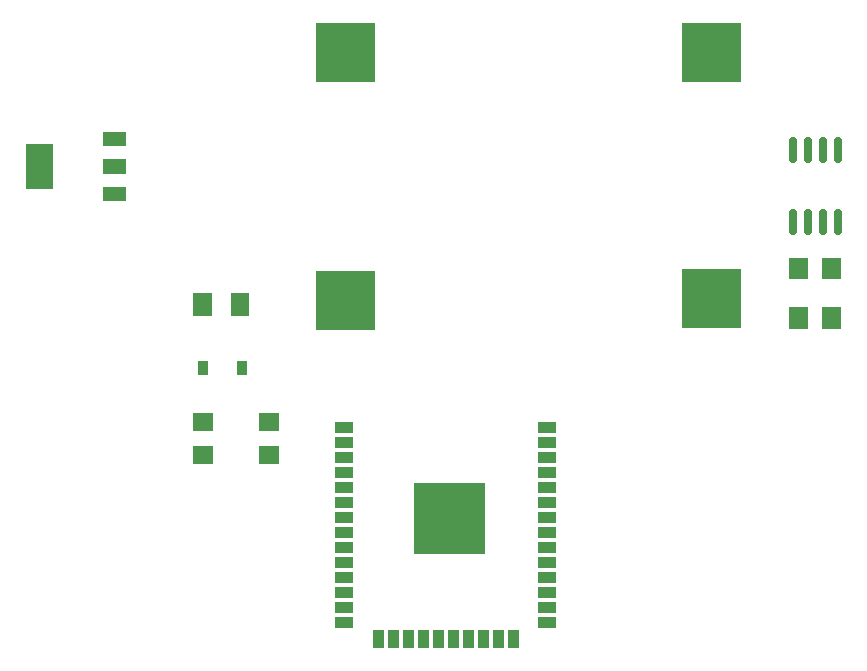
<source format=gtp>
G04 Layer: TopPasteMaskLayer*
G04 EasyEDA v6.4.25, 2021-11-06T18:35:38+01:00*
G04 257399e89a0843229902440734c7eb75,b8d8dd1b48584f29be867e52f4c70977,10*
G04 Gerber Generator version 0.2*
G04 Scale: 100 percent, Rotated: No, Reflected: No *
G04 Dimensions in millimeters *
G04 leading zeros omitted , absolute positions ,4 integer and 5 decimal *
%FSLAX45Y45*%
%MOMM*%

%ADD12C,0.7000*%
%ADD15R,0.9093X1.2192*%
%ADD23R,1.8009X1.6002*%

%LPD*%
D12*
X6972300Y-1032441D02*
G01*
X6972300Y-1182441D01*
X6845300Y-1032441D02*
G01*
X6845300Y-1182441D01*
X6718300Y-1032441D02*
G01*
X6718300Y-1182441D01*
X6591300Y-1032441D02*
G01*
X6591300Y-1182441D01*
X6972300Y-1636961D02*
G01*
X6972300Y-1786961D01*
X6845300Y-1636961D02*
G01*
X6845300Y-1786961D01*
X6718300Y-1636961D02*
G01*
X6718300Y-1786961D01*
X6591300Y-1636961D02*
G01*
X6591300Y-1786961D01*
D15*
G01*
X1600200Y-2946400D03*
G01*
X1925320Y-2946400D03*
G36*
X2552954Y-25654D02*
G01*
X3052825Y-25654D01*
X3052825Y-525526D01*
X2552954Y-525526D01*
G37*
G36*
X2552445Y-2125218D02*
G01*
X3052318Y-2125218D01*
X3052318Y-2625344D01*
X2552445Y-2625344D01*
G37*
G36*
X5655563Y-29463D02*
G01*
X6155690Y-29463D01*
X6155690Y-529336D01*
X5655563Y-529336D01*
G37*
G36*
X5655563Y-2112263D02*
G01*
X6155436Y-2112263D01*
X6155436Y-2612389D01*
X5655563Y-2612389D01*
G37*
G36*
X2868929Y-3499357D02*
G01*
X2719070Y-3499357D01*
X2719070Y-3409442D01*
X2868929Y-3409442D01*
G37*
G36*
X2868929Y-3626357D02*
G01*
X2719070Y-3626357D01*
X2719070Y-3536442D01*
X2868929Y-3536442D01*
G37*
G36*
X2868929Y-3753357D02*
G01*
X2719070Y-3753357D01*
X2719070Y-3663442D01*
X2868929Y-3663442D01*
G37*
G36*
X2868929Y-3880357D02*
G01*
X2719070Y-3880357D01*
X2719070Y-3790442D01*
X2868929Y-3790442D01*
G37*
G36*
X2868929Y-4007357D02*
G01*
X2719070Y-4007357D01*
X2719070Y-3917442D01*
X2868929Y-3917442D01*
G37*
G36*
X2868929Y-4134357D02*
G01*
X2719070Y-4134357D01*
X2719070Y-4044442D01*
X2868929Y-4044442D01*
G37*
G36*
X2868929Y-4261357D02*
G01*
X2719070Y-4261357D01*
X2719070Y-4171442D01*
X2868929Y-4171442D01*
G37*
G36*
X2868929Y-4388357D02*
G01*
X2719070Y-4388357D01*
X2719070Y-4298442D01*
X2868929Y-4298442D01*
G37*
G36*
X2868929Y-4515357D02*
G01*
X2719070Y-4515357D01*
X2719070Y-4425442D01*
X2868929Y-4425442D01*
G37*
G36*
X2868929Y-4642357D02*
G01*
X2719070Y-4642357D01*
X2719070Y-4552442D01*
X2868929Y-4552442D01*
G37*
G36*
X2868929Y-4769357D02*
G01*
X2719070Y-4769357D01*
X2719070Y-4679442D01*
X2868929Y-4679442D01*
G37*
G36*
X2868929Y-4896357D02*
G01*
X2719070Y-4896357D01*
X2719070Y-4806442D01*
X2868929Y-4806442D01*
G37*
G36*
X2868929Y-5023357D02*
G01*
X2719070Y-5023357D01*
X2719070Y-4933442D01*
X2868929Y-4933442D01*
G37*
G36*
X2868929Y-5150357D02*
G01*
X2719070Y-5150357D01*
X2719070Y-5060442D01*
X2868929Y-5060442D01*
G37*
G36*
X3129025Y-5169407D02*
G01*
X3129025Y-5319268D01*
X3039109Y-5319268D01*
X3039109Y-5169407D01*
G37*
G36*
X3256025Y-5169407D02*
G01*
X3256025Y-5319268D01*
X3166109Y-5319268D01*
X3166109Y-5169407D01*
G37*
G36*
X3383025Y-5169407D02*
G01*
X3383025Y-5319268D01*
X3293109Y-5319268D01*
X3293109Y-5169407D01*
G37*
G36*
X3510025Y-5169407D02*
G01*
X3510025Y-5319268D01*
X3420109Y-5319268D01*
X3420109Y-5169407D01*
G37*
G36*
X3637025Y-5169407D02*
G01*
X3637025Y-5319268D01*
X3547109Y-5319268D01*
X3547109Y-5169407D01*
G37*
G36*
X3764025Y-5169407D02*
G01*
X3764025Y-5319268D01*
X3674109Y-5319268D01*
X3674109Y-5169407D01*
G37*
G36*
X3891025Y-5169407D02*
G01*
X3891025Y-5319268D01*
X3801109Y-5319268D01*
X3801109Y-5169407D01*
G37*
G36*
X4018025Y-5169407D02*
G01*
X4018025Y-5319268D01*
X3928109Y-5319268D01*
X3928109Y-5169407D01*
G37*
G36*
X4145025Y-5169407D02*
G01*
X4145025Y-5319268D01*
X4055109Y-5319268D01*
X4055109Y-5169407D01*
G37*
G36*
X4272025Y-5169407D02*
G01*
X4272025Y-5319268D01*
X4182109Y-5319268D01*
X4182109Y-5169407D01*
G37*
G36*
X4438904Y-5060442D02*
G01*
X4589018Y-5060442D01*
X4589018Y-5150357D01*
X4438904Y-5150357D01*
G37*
G36*
X4438904Y-4933442D02*
G01*
X4589018Y-4933442D01*
X4589018Y-5023357D01*
X4438904Y-5023357D01*
G37*
G36*
X4438904Y-4806442D02*
G01*
X4589018Y-4806442D01*
X4589018Y-4896357D01*
X4438904Y-4896357D01*
G37*
G36*
X4438904Y-4679442D02*
G01*
X4589018Y-4679442D01*
X4589018Y-4769357D01*
X4438904Y-4769357D01*
G37*
G36*
X4438904Y-4552442D02*
G01*
X4589018Y-4552442D01*
X4589018Y-4642357D01*
X4438904Y-4642357D01*
G37*
G36*
X4438904Y-4425442D02*
G01*
X4589018Y-4425442D01*
X4589018Y-4515357D01*
X4438904Y-4515357D01*
G37*
G36*
X4438904Y-4298442D02*
G01*
X4589018Y-4298442D01*
X4589018Y-4388357D01*
X4438904Y-4388357D01*
G37*
G36*
X4438904Y-4171442D02*
G01*
X4589018Y-4171442D01*
X4589018Y-4261357D01*
X4438904Y-4261357D01*
G37*
G36*
X4438904Y-4044442D02*
G01*
X4589018Y-4044442D01*
X4589018Y-4134357D01*
X4438904Y-4134357D01*
G37*
G36*
X4438904Y-3917442D02*
G01*
X4589018Y-3917442D01*
X4589018Y-4007357D01*
X4438904Y-4007357D01*
G37*
G36*
X4438904Y-3790442D02*
G01*
X4589018Y-3790442D01*
X4589018Y-3880357D01*
X4438904Y-3880357D01*
G37*
G36*
X4438904Y-3663442D02*
G01*
X4589018Y-3663442D01*
X4589018Y-3753357D01*
X4438904Y-3753357D01*
G37*
G36*
X4438904Y-3536442D02*
G01*
X4589018Y-3536442D01*
X4589018Y-3626357D01*
X4438904Y-3626357D01*
G37*
G36*
X4438904Y-3409442D02*
G01*
X4589018Y-3409442D01*
X4589018Y-3499357D01*
X4438904Y-3499357D01*
G37*
G36*
X3388106Y-3924300D02*
G01*
X3988054Y-3924300D01*
X3988054Y-4524502D01*
X3388106Y-4524502D01*
G37*
G36*
X330962Y-1434592D02*
G01*
X100837Y-1434592D01*
X100837Y-1054607D01*
X330962Y-1054607D01*
G37*
G36*
X950976Y-1304544D02*
G01*
X750823Y-1304544D01*
X750823Y-1184655D01*
X950976Y-1184655D01*
G37*
G36*
X950976Y-1074673D02*
G01*
X750823Y-1074673D01*
X750823Y-954531D01*
X950976Y-954531D01*
G37*
G36*
X950976Y-1534668D02*
G01*
X750823Y-1534668D01*
X750823Y-1414526D01*
X950976Y-1414526D01*
G37*
G36*
X6562090Y-2018029D02*
G01*
X6722109Y-2018029D01*
X6722109Y-2198115D01*
X6562090Y-2198115D01*
G37*
G36*
X6841490Y-2018029D02*
G01*
X7001509Y-2018029D01*
X7001509Y-2198115D01*
X6841490Y-2198115D01*
G37*
G36*
X6562090Y-2437129D02*
G01*
X6722109Y-2437129D01*
X6722109Y-2617215D01*
X6562090Y-2617215D01*
G37*
G36*
X6841490Y-2437129D02*
G01*
X7001509Y-2437129D01*
X7001509Y-2617215D01*
X6841490Y-2617215D01*
G37*
D23*
G01*
X2159127Y-3683000D03*
G01*
X2159127Y-3403600D03*
G36*
X1512570Y-2312923D02*
G01*
X1672589Y-2312923D01*
X1672589Y-2513076D01*
X1512570Y-2513076D01*
G37*
G36*
X1832610Y-2312923D02*
G01*
X1992629Y-2312923D01*
X1992629Y-2513076D01*
X1832610Y-2513076D01*
G37*
G01*
X1600200Y-3403600D03*
G01*
X1600200Y-3683000D03*
M02*

</source>
